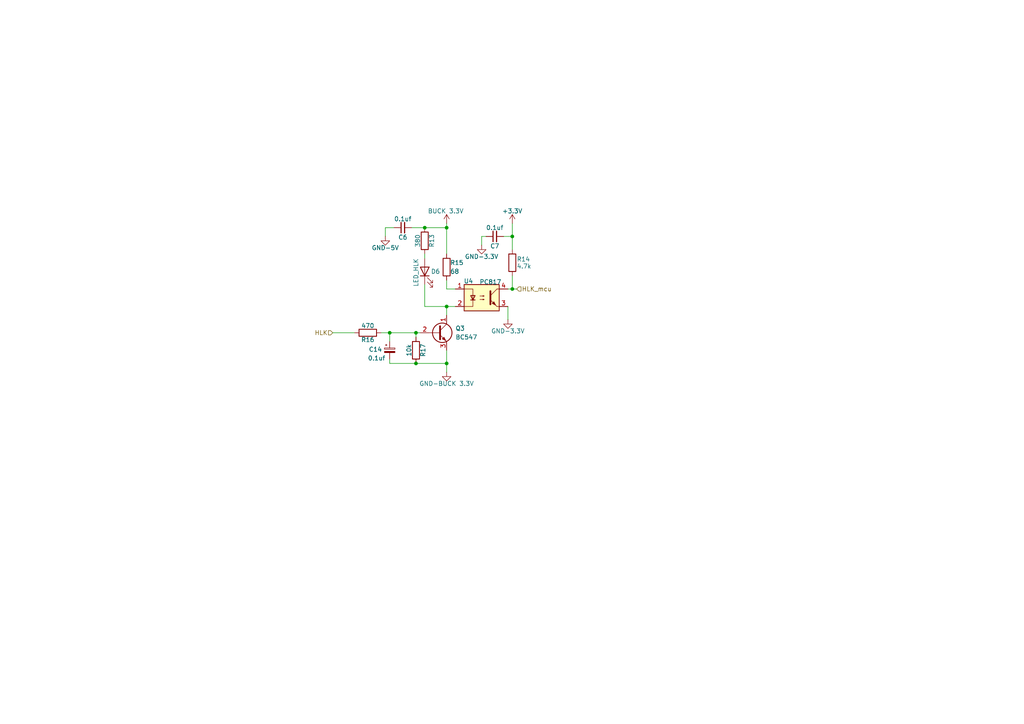
<source format=kicad_sch>
(kicad_sch (version 20250114) (generator "eeschema") (generator_version "9.0")
  (paper "A4")
  (lib_symbols
    (symbol "Device:C_Polarized_Small" (pin_numbers (hide yes)) (pin_names (offset 0.254) (hide yes))
      (property "Reference" "C" (at 0.254 1.778 0))
      (property "Value" "C_Polarized_Small" (at 0.254 -2.032 0))
      (symbol "C_Polarized_Small_0_1"
        (rectangle (start -1.524 0.6858) (end 1.524 0.3048))
        (rectangle (start -1.524 -0.3048) (end 1.524 -0.6858) (fill (type outline)))
        (polyline (pts (xy -1.27 1.524) (xy -0.762 1.524)))
        (polyline (pts (xy -1.016 1.27) (xy -1.016 1.778)))
      )
      (symbol "C_Polarized_Small_1_1"
        (pin passive line (at 0 2.54 270) (length 1.8542) (name "~") (number "1"))
        (pin passive line (at 0 -2.54 90) (length 1.8542) (name "~") (number "2"))
      )
    )
    (symbol "Device:C_Small" (pin_numbers (hide yes)) (pin_names (offset 0.254) (hide yes))
      (property "Reference" "C" (at 0.254 1.778 0))
      (property "Value" "C_Small" (at 0.254 -2.032 0))
      (symbol "C_Small_0_1"
        (polyline (pts (xy -1.524 0.508) (xy 1.524 0.508)) (stroke (width 0.3048)))
        (polyline (pts (xy -1.524 -0.508) (xy 1.524 -0.508)) (stroke (width 0.3302)))
      )
      (symbol "C_Small_1_1"
        (pin passive line (at 0 2.54 270) (length 2.032) (name "~") (number "1"))
        (pin passive line (at 0 -2.54 90) (length 2.032) (name "~") (number "2"))
      )
    )
    (symbol "Device:LED" (pin_numbers (hide yes)) (pin_names (offset 1.016) (hide yes))
      (property "Reference" "D" (at 0 2.54 0))
      (property "Value" "LED" (at 0 -2.54 0))
      (symbol "LED_0_1"
        (polyline (pts (xy -3.048 -0.762) (xy -4.572 -2.286) (xy -3.81 -2.286) (xy -4.572 -2.286) (xy -4.572 -1.524)))
        (polyline (pts (xy -1.778 -0.762) (xy -3.302 -2.286) (xy -2.54 -2.286) (xy -3.302 -2.286) (xy -3.302 -1.524)))
        (polyline (pts (xy -1.27 0) (xy 1.27 0)))
        (polyline (pts (xy -1.27 -1.27) (xy -1.27 1.27)) (stroke (width 0.254)))
        (polyline (pts (xy 1.27 -1.27) (xy 1.27 1.27) (xy -1.27 0) (xy 1.27 -1.27)) (stroke (width 0.254)))
      )
      (symbol "LED_1_1"
        (pin passive line (at -3.81 0 0) (length 2.54) (name "K") (number "1"))
        (pin passive line (at 3.81 0 180) (length 2.54) (name "A") (number "2"))
      )
    )
    (symbol "Device:R" (pin_numbers (hide yes)) (pin_names (offset 0))
      (property "Reference" "R" (at 2.032 0 90))
      (property "Value" "R" (at 0 0 90))
      (symbol "R_0_1"
        (rectangle (start -1.016 -2.54) (end 1.016 2.54) (stroke (width 0.254)))
      )
      (symbol "R_1_1"
        (pin passive line (at 0 3.81 270) (length 1.27) (name "~") (number "1"))
        (pin passive line (at 0 -3.81 90) (length 1.27) (name "~") (number "2"))
      )
    )
    (symbol "Isolator:PC817" (pin_names (offset 1.016))
      (property "Reference" "U" (at -5.08 5.08 0))
      (property "Value" "PC817" (at 0 5.08 0))
      (symbol "PC817_0_1"
        (rectangle (start -5.08 3.81) (end 5.08 -3.81) (stroke (width 0.254)) (fill (type background)))
        (polyline (pts (xy -5.08 2.54) (xy -2.54 2.54) (xy -2.54 -0.635)))
        (polyline (pts (xy -3.175 -0.635) (xy -1.905 -0.635)) (stroke (width 0.254)))
        (polyline (pts (xy -2.54 -0.635) (xy -2.54 -2.54) (xy -5.08 -2.54)))
        (polyline (pts (xy -2.54 -0.635) (xy -3.175 0.635) (xy -1.905 0.635) (xy -2.54 -0.635)) (stroke (width 0.254)))
        (polyline (pts (xy -0.508 0.508) (xy 0.762 0.508) (xy 0.381 0.381) (xy 0.381 0.635) (xy 0.762 0.508)))
        (polyline (pts (xy -0.508 -0.508) (xy 0.762 -0.508) (xy 0.381 -0.635) (xy 0.381 -0.381) (xy 0.762 -0.508)))
        (polyline (pts (xy 2.54 1.905) (xy 2.54 -1.905) (xy 2.54 -1.905)) (stroke (width 0.508)))
        (polyline (pts (xy 2.54 0.635) (xy 4.445 2.54)))
        (polyline (pts (xy 3.048 -1.651) (xy 3.556 -1.143) (xy 4.064 -2.159) (xy 3.048 -1.651) (xy 3.048 -1.651)) (fill (type outline)))
        (polyline (pts (xy 4.445 2.54) (xy 5.08 2.54)))
        (polyline (pts (xy 4.445 -2.54) (xy 2.54 -0.635)) (fill (type outline)))
        (polyline (pts (xy 4.445 -2.54) (xy 5.08 -2.54)))
      )
      (symbol "PC817_1_1"
        (pin passive line (at -7.62 2.54 0) (length 2.54) (name "~") (number "1"))
        (pin passive line (at -7.62 -2.54 0) (length 2.54) (name "~") (number "2"))
        (pin passive line (at 7.62 2.54 180) (length 2.54) (name "~") (number "4"))
        (pin passive line (at 7.62 -2.54 180) (length 2.54) (name "~") (number "3"))
      )
    )
    (symbol "Transistor_BJT:BC547" (pin_names (offset 0) (hide yes))
      (property "Reference" "Q" (at 5.08 1.905 0))
      (property "Value" "BC547" (at 5.08 0 0))
      (symbol "BC547_0_1"
        (polyline (pts (xy -2.54 0) (xy 0.635 0)))
        (polyline (pts (xy 0.635 1.905) (xy 0.635 -1.905)) (stroke (width 0.508)))
        (circle (center 1.27 0) (radius 2.8194) (stroke (width 0.254)))
      )
      (symbol "BC547_1_1"
        (polyline (pts (xy 0.635 0.635) (xy 2.54 2.54)))
        (polyline (pts (xy 0.635 -0.635) (xy 2.54 -2.54)))
        (polyline (pts (xy 1.27 -1.778) (xy 1.778 -1.27) (xy 2.286 -2.286) (xy 1.27 -1.778)) (fill (type outline)))
        (pin input line (at -5.08 0 0) (length 2.54) (name "B") (number "2"))
        (pin passive line (at 2.54 5.08 270) (length 2.54) (name "C") (number "1"))
        (pin passive line (at 2.54 -5.08 90) (length 2.54) (name "E") (number "3"))
      )
    )
    (symbol "power:+3.3V" (power) (pin_numbers (hide yes)) (pin_names (offset 0) (hide yes))
      (property "Value" "+3.3V" (at 0 3.556 0))
      (symbol "+3.3V_0_1"
        (polyline (pts (xy -0.762 1.27) (xy 0 2.54)))
        (polyline (pts (xy 0 2.54) (xy 0.762 1.27)))
        (polyline (pts (xy 0 0) (xy 0 2.54)))
      )
      (symbol "+3.3V_1_1"
        (pin power_in line (at 0 0 90) (length 0) (name "~") (number "1"))
      )
    )
    (symbol "power:+5V" (power) (pin_numbers (hide yes)) (pin_names (offset 0) (hide yes))
      (property "Value" "+5V" (at 0 3.556 0))
      (symbol "+5V_0_1"
        (polyline (pts (xy -0.762 1.27) (xy 0 2.54)))
        (polyline (pts (xy 0 2.54) (xy 0.762 1.27)))
        (polyline (pts (xy 0 0) (xy 0 2.54)))
      )
      (symbol "+5V_1_1"
        (pin power_in line (at 0 0 90) (length 0) (name "~") (number "1"))
      )
    )
    (symbol "power:GND" (power) (pin_numbers (hide yes)) (pin_names (offset 0) (hide yes))
      (property "Value" "GND" (at 0 -3.81 0))
      (symbol "GND_0_1"
        (polyline (pts (xy 0 0) (xy 0 -1.27) (xy 1.27 -1.27) (xy 0 -2.54) (xy -1.27 -1.27) (xy 0 -1.27)))
      )
      (symbol "GND_1_1"
        (pin power_in line (at 0 0 270) (length 0) (name "~") (number "1"))
      )
    )
  )
  (junction (at 123.19 66.04))
  (junction (at 129.54 66.04))
  (junction (at 129.54 88.9))
  (junction (at 120.65 96.52))
  (junction (at 148.59 83.82))
  (junction (at 113.03 96.52))
  (junction (at 148.59 68.58))
  (junction (at 120.65 105.41))
  (junction (at 129.54 105.41))
  (wire (pts (xy 129.54 81.28) (xy 129.54 83.82)))
  (wire (pts (xy 110.49 96.52) (xy 113.03 96.52)))
  (wire (pts (xy 139.7 71.12) (xy 139.7 68.58)))
  (wire (pts (xy 123.19 82.55) (xy 123.19 88.9)))
  (wire (pts (xy 129.54 88.9) (xy 132.08 88.9)))
  (wire (pts (xy 111.76 66.04) (xy 114.3 66.04)))
  (wire (pts (xy 148.59 64.77) (xy 148.59 68.58)))
  (wire (pts (xy 113.03 96.52) (xy 120.65 96.52)))
  (wire (pts (xy 129.54 83.82) (xy 132.08 83.82)))
  (wire (pts (xy 129.54 66.04) (xy 129.54 73.66)))
  (wire (pts (xy 123.19 66.04) (xy 129.54 66.04)))
  (wire (pts (xy 113.03 104.14) (xy 113.03 105.41)))
  (wire (pts (xy 147.32 88.9) (xy 147.32 92.71)))
  (wire (pts (xy 148.59 68.58) (xy 148.59 72.39)))
  (wire (pts (xy 111.76 68.58) (xy 111.76 66.04)))
  (wire (pts (xy 120.65 96.52) (xy 120.65 97.79)))
  (wire (pts (xy 120.65 105.41) (xy 129.54 105.41)))
  (wire (pts (xy 113.03 96.52) (xy 113.03 99.06)))
  (wire (pts (xy 119.38 66.04) (xy 123.19 66.04)))
  (wire (pts (xy 129.54 101.6) (xy 129.54 105.41)))
  (wire (pts (xy 148.59 83.82) (xy 148.59 80.01)))
  (wire (pts (xy 146.05 68.58) (xy 148.59 68.58)))
  (wire (pts (xy 148.59 83.82) (xy 149.86 83.82)))
  (wire (pts (xy 147.32 83.82) (xy 148.59 83.82)))
  (wire (pts (xy 113.03 105.41) (xy 120.65 105.41)))
  (wire (pts (xy 139.7 68.58) (xy 140.97 68.58)))
  (wire (pts (xy 123.19 73.66) (xy 123.19 74.93)))
  (wire (pts (xy 129.54 64.77) (xy 129.54 66.04)))
  (wire (pts (xy 120.65 96.52) (xy 121.92 96.52)))
  (wire (pts (xy 96.52 96.52) (xy 102.87 96.52)))
  (wire (pts (xy 123.19 88.9) (xy 129.54 88.9)))
  (wire (pts (xy 129.54 105.41) (xy 129.54 107.95)))
  (wire (pts (xy 129.54 91.44) (xy 129.54 88.9)))
  (hierarchical_label "HLK_mcu" (shape input) (at 149.86 83.82 0))
  (hierarchical_label "HLK" (shape input) (at 96.52 96.52 180))
  (symbol (lib_id "Device:R") (at 106.68 96.52 90) (unit 1)
    (property "Reference" "R6" (at 106.68 98.552 90))
    (property "Value" "470" (at 106.68 94.488 90))
    (property "Footprint" "Resistor_THT:R_Axial_DIN0204_L3.6mm_D1.6mm_P7.62mm_Horizontal" (effects (hide yes)))
    (property "Description" "Resistor" (effects (hide yes)))
    (instances (project "UV360" (path "" (reference "R16") (unit 1)) (path "" (reference "R21") (unit 1)) (path "" (reference "R6") (unit 1))))
  )
  (symbol (lib_id "Device:R") (at 129.54 77.47 0) (unit 1)
    (property "Reference" "R3" (at 130.556 76.2 0) (effects (justify left)))
    (property "Value" "68" (at 130.556 78.74 0) (effects (justify left)))
    (property "Footprint" "Resistor_THT:R_Axial_DIN0204_L3.6mm_D1.6mm_P7.62mm_Horizontal" (effects (hide yes)))
    (property "Description" "Resistor" (effects (hide yes)))
    (instances (project "UV360" (path "" (reference "R15") (unit 1)) (path "" (reference "R20") (unit 1)) (path "" (reference "R3") (unit 1))))
  )
  (symbol (lib_id "power:GND") (at 139.7 71.12 0) (unit 1)
    (property "Reference" "#PWR026" (effects (hide yes)))
    (property "Value" "GND-3.3V" (at 139.7 74.422 0))
    (property "Description" "Power symbol creates a global label with name \"GND\" , ground" (effects (hide yes)))
    (instances (project "UV360" (path "" (reference "#PWR032") (unit 1)) (path "" (reference "#PWR038") (unit 1)) (path "" (reference "#PWR026") (unit 1))))
  )
  (symbol (lib_id "power:GND") (at 147.32 92.71 0) (unit 1)
    (property "Reference" "#PWR027" (effects (hide yes)))
    (property "Value" "GND-3.3V" (at 147.32 96.012 0))
    (property "Description" "Power symbol creates a global label with name \"GND\" , ground" (effects (hide yes)))
    (instances (project "UV360" (path "" (reference "#PWR033") (unit 1)) (path "" (reference "#PWR039") (unit 1)) (path "" (reference "#PWR027") (unit 1))))
  )
  (symbol (lib_id "Isolator:PC817") (at 139.7 86.36 0) (unit 1)
    (property "Reference" "U3" (at 135.89 81.534 0))
    (property "Value" "PC817" (at 142.24 81.788 0))
    (property "Footprint" "Package_DIP:DIP-4_W7.62mm" (effects (hide yes)))
    (property "Datasheet" "http://www.soselectronic.cz/a_info/resource/d/pc817.pdf" (effects (hide yes)))
    (property "Description" "DC Optocoupler, Vce 35V, CTR 50-300%, DIP-4" (effects (hide yes)))
    (instances (project "UV360" (path "" (reference "U4") (unit 1)) (path "" (reference "U6") (unit 1)) (path "" (reference "U3") (unit 1))))
  )
  (symbol (lib_id "Device:LED") (at 123.19 78.74 90) (unit 1)
    (property "Reference" "D2" (at 124.968 78.74 90) (effects (justify right)))
    (property "Value" "LED_HLK" (at 120.65 74.93 0) (effects (justify right)))
    (property "Footprint" "LED_THT:LED_D3.0mm" (effects (hide yes)))
    (property "Description" "Light emitting diode" (effects (hide yes)))
    (property "Sim.Pins" "1=K 2=A" (effects (hide yes)))
    (instances (project "UV360" (path "" (reference "D6") (unit 1)) (path "" (reference "D7") (unit 1)) (path "" (reference "D2") (unit 1))))
  )
  (symbol (lib_id "power:+5V") (at 129.54 64.77 0) (unit 1)
    (property "Reference" "#PWR023" (effects (hide yes)))
    (property "Value" "BUCK 3.3V" (at 129.286 61.214 0))
    (property "Description" "Power symbol creates a global label with name \"+5V\"" (effects (hide yes)))
    (instances (project "UV360" (path "" (reference "#PWR029") (unit 1)) (path "" (reference "#PWR035") (unit 1)) (path "" (reference "#PWR023") (unit 1))))
  )
  (symbol (lib_id "power:GND") (at 111.76 68.58 0) (unit 1)
    (property "Reference" "#PWR025" (effects (hide yes)))
    (property "Value" "GND-5V" (at 111.76 71.882 0))
    (property "Description" "Power symbol creates a global label with name \"GND\" , ground" (effects (hide yes)))
    (instances (project "UV360" (path "" (reference "#PWR031") (unit 1)) (path "" (reference "#PWR037") (unit 1)) (path "" (reference "#PWR025") (unit 1))))
  )
  (symbol (lib_id "Transistor_BJT:BC547") (at 127 96.52 0) (unit 1)
    (property "Reference" "Q1" (at 132.08 95.2499 0) (effects (justify left)))
    (property "Value" "BC547" (at 132.08 97.7899 0) (effects (justify left)))
    (property "Footprint" "Package_TO_SOT_THT:TO-92_Inline" (effects (hide yes)))
    (property "Datasheet" "https://www.onsemi.com/pub/Collateral/BC550-D.pdf" (effects (hide yes)))
    (property "Description" "0.1A Ic, 45V Vce, Small Signal NPN Transistor, TO-92" (effects (hide yes)))
    (instances (project "UV360" (path "" (reference "Q3") (unit 1)) (path "" (reference "Q4") (unit 1)) (path "" (reference "Q1") (unit 1))))
  )
  (symbol (lib_id "Device:R") (at 148.59 76.2 0) (unit 1)
    (property "Reference" "R2" (at 149.86 75.184 0) (effects (justify left)))
    (property "Value" "4.7k" (at 149.86 77.216 0) (effects (justify left)))
    (property "Footprint" "Resistor_THT:R_Axial_DIN0204_L3.6mm_D1.6mm_P7.62mm_Horizontal" (effects (hide yes)))
    (property "Description" "Resistor" (effects (hide yes)))
    (instances (project "UV360" (path "" (reference "R14") (unit 1)) (path "" (reference "R19") (unit 1)) (path "" (reference "R2") (unit 1))))
  )
  (symbol (lib_id "power:GND") (at 129.54 107.95 0) (unit 1)
    (property "Reference" "#PWR028" (effects (hide yes)))
    (property "Value" "GND-BUCK 3.3V" (at 129.54 111.252 0))
    (property "Description" "Power symbol creates a global label with name \"GND\" , ground" (effects (hide yes)))
    (instances (project "UV360" (path "" (reference "#PWR034") (unit 1)) (path "" (reference "#PWR040") (unit 1)) (path "" (reference "#PWR028") (unit 1))))
  )
  (symbol (lib_id "power:+3.3V") (at 148.59 64.77 0) (unit 1)
    (property "Reference" "#PWR024" (effects (hide yes)))
    (property "Value" "+3.3V" (at 148.59 61.214 0))
    (property "Description" "Power symbol creates a global label with name \"+3.3V\"" (effects (hide yes)))
    (instances (project "UV360" (path "" (reference "#PWR030") (unit 1)) (path "" (reference "#PWR036") (unit 1)) (path "" (reference "#PWR024") (unit 1))))
  )
  (symbol (lib_id "Device:R") (at 120.65 101.6 180) (unit 1)
    (property "Reference" "R7" (at 122.682 101.6 90))
    (property "Value" "10k" (at 118.618 101.6 90))
    (property "Footprint" "Resistor_THT:R_Axial_DIN0204_L3.6mm_D1.6mm_P7.62mm_Horizontal" (effects (hide yes)))
    (property "Description" "Resistor" (effects (hide yes)))
    (instances (project "UV360" (path "" (reference "R17") (unit 1)) (path "" (reference "R22") (unit 1)) (path "" (reference "R7") (unit 1))))
  )
  (symbol (lib_id "Device:C_Polarized_Small") (at 113.03 101.6 0) (unit 1)
    (property "Reference" "C5" (at 106.934 101.346 0) (effects (justify left)))
    (property "Value" "0.1uf" (at 106.68 103.886 0) (effects (justify left)))
    (property "Footprint" "Capacitor_THT:C_Disc_D3.8mm_W2.6mm_P2.50mm" (effects (hide yes)))
    (property "Description" "Polarized capacitor, small symbol" (effects (hide yes)))
    (instances (project "UV360" (path "" (reference "C14") (unit 1)) (path "" (reference "C28") (unit 1)) (path "" (reference "C5") (unit 1))))
  )
  (symbol (lib_id "Device:C_Small") (at 143.51 68.58 90) (unit 1)
    (property "Reference" "C4" (at 143.51 71.374 90))
    (property "Value" "0.1uf" (at 143.51 66.04 90))
    (property "Footprint" "Capacitor_THT:C_Disc_D3.8mm_W2.6mm_P2.50mm" (effects (hide yes)))
    (property "Description" "Unpolarized capacitor, small symbol" (effects (hide yes)))
    (instances (project "UV360" (path "" (reference "C7") (unit 1)) (path "" (reference "C16") (unit 1)) (path "" (reference "C4") (unit 1))))
  )
  (symbol (lib_id "Device:C_Small") (at 116.84 66.04 90) (unit 1)
    (property "Reference" "C3" (at 116.84 68.834 90))
    (property "Value" "0.1uf" (at 116.84 63.5 90))
    (property "Footprint" "Capacitor_THT:C_Disc_D3.8mm_W2.6mm_P2.50mm" (effects (hide yes)))
    (property "Description" "Unpolarized capacitor, small symbol" (effects (hide yes)))
    (instances (project "UV360" (path "" (reference "C6") (unit 1)) (path "" (reference "C15") (unit 1)) (path "" (reference "C3") (unit 1))))
  )
  (symbol (lib_id "Device:R") (at 123.19 69.85 180) (unit 1)
    (property "Reference" "R1" (at 125.222 69.85 90))
    (property "Value" "380" (at 121.158 69.85 90))
    (property "Footprint" "Resistor_THT:R_Axial_DIN0204_L3.6mm_D1.6mm_P7.62mm_Horizontal" (effects (hide yes)))
    (property "Description" "Resistor" (effects (hide yes)))
    (instances (project "UV360" (path "" (reference "R13") (unit 1)) (path "" (reference "R18") (unit 1)) (path "" (reference "R1") (unit 1))))
  )
)
</source>
